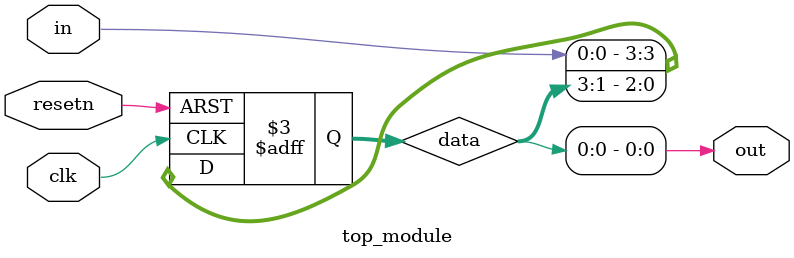
<source format=sv>
module top_module (
    input clk,
    input resetn,
    input in,
    output out
);
    reg [3:0] data;
    
    always @(posedge clk or negedge resetn) begin
        if (~resetn)
            data <= 4'b0;
        else
            data <= {in, data[3:1]};
    end
    
    assign out = data[0];
    
endmodule

</source>
